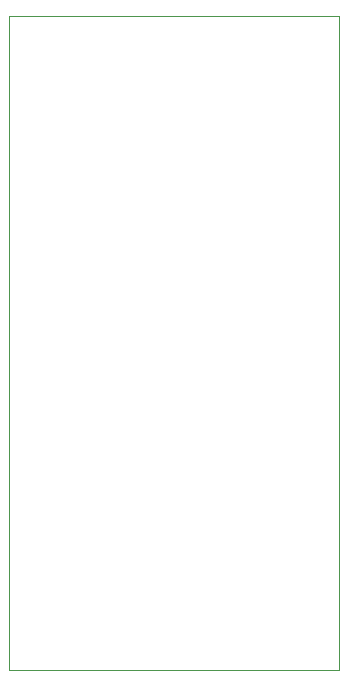
<source format=gbr>
%TF.GenerationSoftware,KiCad,Pcbnew,7.0.8*%
%TF.CreationDate,2023-10-30T21:57:11-05:00*%
%TF.ProjectId,fujinet-adam-devkit-mini,66756a69-6e65-4742-9d61-64616d2d6465,rev?*%
%TF.SameCoordinates,Original*%
%TF.FileFunction,Profile,NP*%
%FSLAX46Y46*%
G04 Gerber Fmt 4.6, Leading zero omitted, Abs format (unit mm)*
G04 Created by KiCad (PCBNEW 7.0.8) date 2023-10-30 21:57:11*
%MOMM*%
%LPD*%
G01*
G04 APERTURE LIST*
%TA.AperFunction,Profile*%
%ADD10C,0.100000*%
%TD*%
G04 APERTURE END LIST*
D10*
X130144000Y-76987400D02*
X158084000Y-76987400D01*
X158084000Y-132334000D01*
X130144000Y-132334000D01*
X130144000Y-76987400D01*
M02*

</source>
